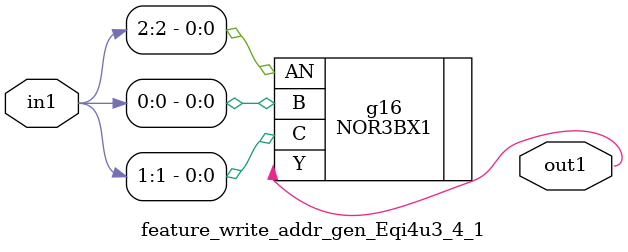
<source format=v>
`timescale 1ps / 1ps


module feature_write_addr_gen_Eqi4u3_4_1(in1, out1);
  input [2:0] in1;
  output out1;
  wire [2:0] in1;
  wire out1;
  NOR3BX1 g16(.AN (in1[2]), .B (in1[0]), .C (in1[1]), .Y (out1));
endmodule



</source>
